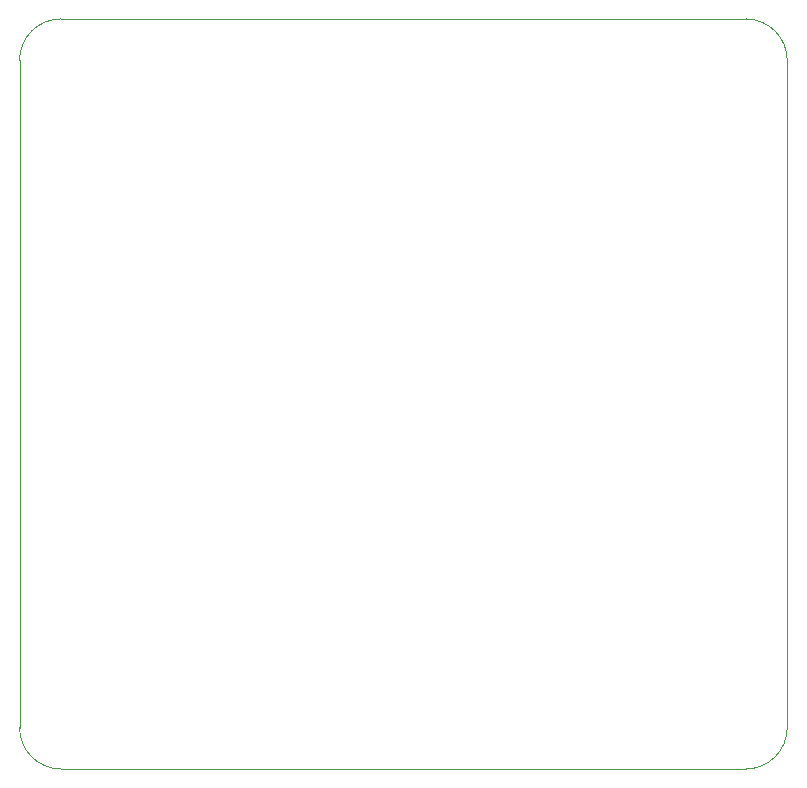
<source format=gbr>
%TF.GenerationSoftware,KiCad,Pcbnew,5.1.10*%
%TF.CreationDate,2021-11-06T21:22:03+05:45*%
%TF.ProjectId,RobotHat,526f626f-7448-4617-942e-6b696361645f,rev?*%
%TF.SameCoordinates,Original*%
%TF.FileFunction,Profile,NP*%
%FSLAX46Y46*%
G04 Gerber Fmt 4.6, Leading zero omitted, Abs format (unit mm)*
G04 Created by KiCad (PCBNEW 5.1.10) date 2021-11-06 21:22:03*
%MOMM*%
%LPD*%
G01*
G04 APERTURE LIST*
%TA.AperFunction,Profile*%
%ADD10C,0.050000*%
%TD*%
G04 APERTURE END LIST*
D10*
X115300000Y-68500000D02*
X115300000Y-102000000D01*
X50300000Y-68500000D02*
X50300000Y-102000000D01*
X115300000Y-102000000D02*
G75*
G02*
X111800000Y-105500000I-3500000J0D01*
G01*
X53800000Y-105500000D02*
G75*
G02*
X50300000Y-102000000I0J3500000D01*
G01*
X50300000Y-45500000D02*
G75*
G02*
X53800000Y-42000000I3500000J0D01*
G01*
X111800000Y-42000000D02*
G75*
G02*
X115300000Y-45500000I0J-3500000D01*
G01*
X115300000Y-68500000D02*
X115300000Y-45500000D01*
X53800000Y-105500000D02*
X111800000Y-105500000D01*
X50300000Y-45500000D02*
X50300000Y-68500000D01*
X53800000Y-42000000D02*
X111800000Y-42000000D01*
M02*

</source>
